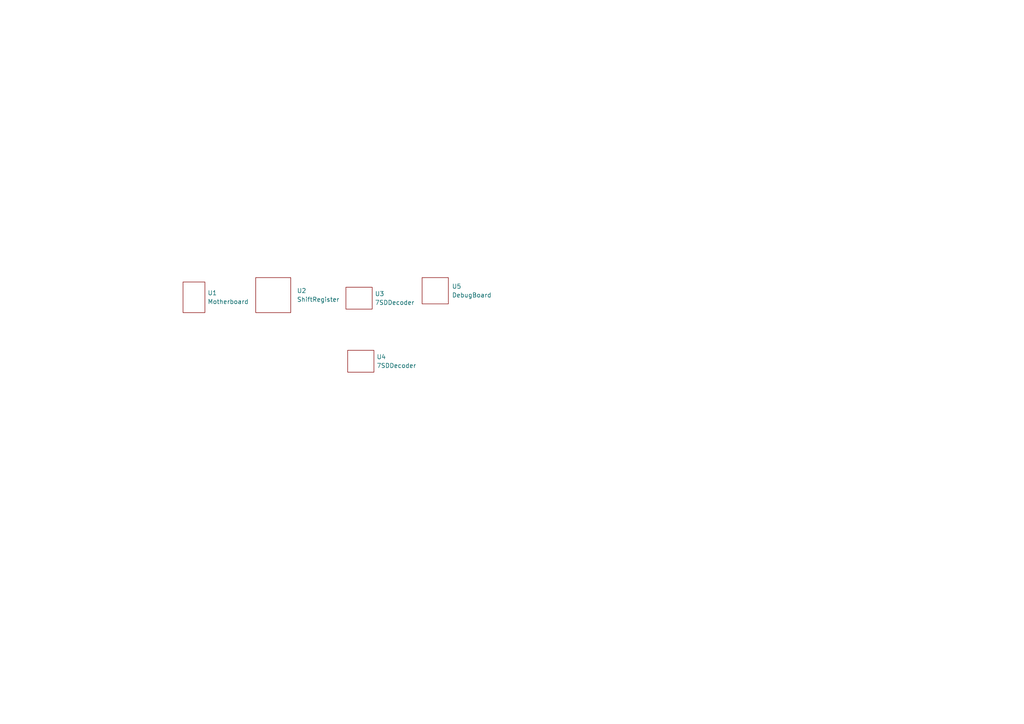
<source format=kicad_sch>
(kicad_sch (version 20211123) (generator eeschema)
  (paper "A4")
  (lib_symbols
    (symbol "EEPROM_V2_3dmodels:7SDDecoder"
      (property "Reference" "U" (at 0 0 0))
      (property "Value" "7SDDecoder" (at 0 0 0))
      (symbol "7SDDecoder_0_1"
        (rectangle (start -3.81 -2.54) (end 3.81 -8.89))
      )
    )
    (symbol "EEPROM_V2_3dmodels:DebugBoard"
      (property "Reference" "U" (at 0 0 0))
      (property "Value" "DebugBoard" (at 0 0 0))
      (symbol "DebugBoard_0_1"
        (rectangle (start -3.81 -2.54) (end 3.81 -10.16))
      )
    )
    (symbol "EEPROM_V2_3dmodels:ShiftRegister"
      (property "Reference" "U" (at 0 0 0))
      (property "Value" "ShiftRegister" (at 0 0 0))
      (symbol "ShiftRegister_0_1"
        (rectangle (start -5.08 -2.54) (end 5.08 -12.7))
      )
    )
    (symbol "Motherboard_1"
      (property "Reference" "U" (at 0 0 0))
      (property "Value" "Motherboard_1" (at 0 0 0))
      (symbol "Motherboard_1_0_1"
        (rectangle (start -2.54 -2.54) (end 3.81 -11.43))
      )
    )
  )
  (symbol (lib_id "EEPROM_V2_3dmodels:ShiftRegister") (at 79.248 77.978 0) (unit 1)
    (property "Reference" "U2" (at 86.106 84.3279 0) (effects (justify left)))
    (property "Value" "ShiftRegister" (at 86.106 86.8679 0) (effects (justify left)))
    (property "Footprint" "EEPROM_V2_3dmodels:ShiftRegister" (effects hide))
  )
  (symbol (lib_id "EEPROM_V2_3dmodels:7SDDecoder") (at 104.648 99.06 0) (unit 1)
    (property "Reference" "U4" (at 109.22 103.5049 0) (effects (justify left)))
    (property "Value" "7SDDecoder" (at 109.22 106.0449 0) (effects (justify left)))
    (property "Footprint" "EEPROM_V2_3dmodels:7SDDecoder" (effects hide))
  )
  (symbol (lib_id "EEPROM_V2_3dmodels:DebugBoard") (at 126.238 77.978 0) (unit 1)
    (property "Reference" "U5" (at 131.064 83.0579 0) (effects (justify left)))
    (property "Value" "DebugBoard" (at 131.064 85.5979 0) (effects (justify left)))
    (property "Footprint" "EEPROM_V2_3dmodels:DebugBoard" (effects hide))
  )
  (symbol (lib_name "Motherboard_1") (lib_id "EEPROM_V2_3dmodels:Motherboard") (at 55.626 79.248 0) (unit 1)
    (property "Reference" "U1" (at 60.198 84.9629 0) (effects (justify left)))
    (property "Value" "Motherboard" (at 60.198 87.5029 0) (effects (justify left)))
    (property "Footprint" "EEPROM_V2_3dmodels:Motherboard" (effects hide))
  )
  (symbol (lib_id "EEPROM_V2_3dmodels:7SDDecoder") (at 104.14 80.772 0) (unit 1)
    (property "Reference" "U3" (at 108.712 85.2169 0) (effects (justify left)))
    (property "Value" "7SDDecoder" (at 108.712 87.7569 0) (effects (justify left)))
    (property "Footprint" "EEPROM_V2_3dmodels:7SDDecoder" (effects hide))
  )
)
</source>
